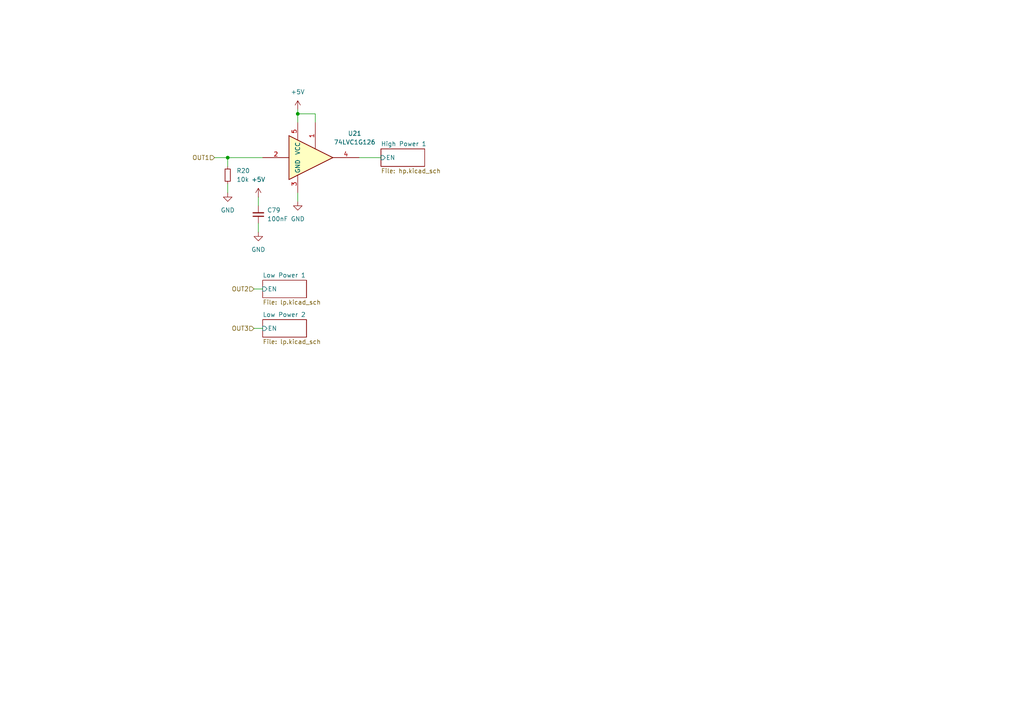
<source format=kicad_sch>
(kicad_sch (version 20250114) (generator "eeschema") (generator_version "9.0")
  (paper "A4")
  (lib_symbols
    (symbol "74xGxx:74LVC1G126"
      (property "Reference" "U" (at 2.54 7.62 0))
      (property "Value" "74LVC1G126" (at 2.54 -7.62 0))
      (symbol "74LVC1G126_0_1"
        (polyline (pts (xy -7.62 6.35) (xy -7.62 -6.35) (xy 5.08 0) (xy -7.62 6.35)) (stroke (width 0.254)) (fill (type background)))
      )
      (symbol "74LVC1G126_1_1"
        (pin input line (at -15.24 0 0) (length 7.62) (name "~") (number "2"))
        (pin power_in line (at -5.08 10.16 270) (length 5.08) (name "VCC") (number "5"))
        (pin power_in line (at -5.08 -10.16 90) (length 5.08) (name "GND") (number "3"))
        (pin input line (at 0 10.16 270) (length 7.62) (name "~") (number "1"))
        (pin tri_state line (at 12.7 0 180) (length 7.62) (name "~") (number "4"))
      )
    )
    (symbol "Device:C_Small" (pin_numbers (hide yes)) (pin_names (offset 0.254) (hide yes))
      (property "Reference" "C" (at 0.254 1.778 0))
      (property "Value" "C_Small" (at 0.254 -2.032 0))
      (symbol "C_Small_0_1"
        (polyline (pts (xy -1.524 0.508) (xy 1.524 0.508)) (stroke (width 0.3048)))
        (polyline (pts (xy -1.524 -0.508) (xy 1.524 -0.508)) (stroke (width 0.3302)))
      )
      (symbol "C_Small_1_1"
        (pin passive line (at 0 2.54 270) (length 2.032) (name "~") (number "1"))
        (pin passive line (at 0 -2.54 90) (length 2.032) (name "~") (number "2"))
      )
    )
    (symbol "Device:R_Small" (pin_numbers (hide yes)) (pin_names (offset 0.254) (hide yes))
      (property "Reference" "R" (at 0.762 0.508 0))
      (property "Value" "R_Small" (at 0.762 -1.016 0))
      (symbol "R_Small_0_1"
        (rectangle (start -0.762 1.778) (end 0.762 -1.778) (stroke (width 0.2032)))
      )
      (symbol "R_Small_1_1"
        (pin passive line (at 0 2.54 270) (length 0.762) (name "~") (number "1"))
        (pin passive line (at 0 -2.54 90) (length 0.762) (name "~") (number "2"))
      )
    )
    (symbol "power:+5V" (power) (pin_numbers (hide yes)) (pin_names (offset 0) (hide yes))
      (property "Value" "+5V" (at 0 3.556 0))
      (symbol "+5V_0_1"
        (polyline (pts (xy -0.762 1.27) (xy 0 2.54)))
        (polyline (pts (xy 0 2.54) (xy 0.762 1.27)))
        (polyline (pts (xy 0 0) (xy 0 2.54)))
      )
      (symbol "+5V_1_1"
        (pin power_in line (at 0 0 90) (length 0) (name "~") (number "1"))
      )
    )
    (symbol "power:GND" (power) (pin_numbers (hide yes)) (pin_names (offset 0) (hide yes))
      (property "Value" "GND" (at 0 -3.81 0))
      (symbol "GND_0_1"
        (polyline (pts (xy 0 0) (xy 0 -1.27) (xy 1.27 -1.27) (xy 0 -2.54) (xy -1.27 -1.27) (xy 0 -1.27)))
      )
      (symbol "GND_1_1"
        (pin power_in line (at 0 0 270) (length 0) (name "~") (number "1"))
      )
    )
  )
  (junction (at 86.36 33.02))
  (junction (at 66.04 45.72))
  (wire (pts (xy 73.66 83.82) (xy 76.2 83.82)))
  (wire (pts (xy 104.14 45.72) (xy 110.49 45.72)))
  (wire (pts (xy 66.04 45.72) (xy 66.04 48.26)))
  (wire (pts (xy 86.36 33.02) (xy 86.36 35.56)))
  (wire (pts (xy 86.36 31.75) (xy 86.36 33.02)))
  (wire (pts (xy 73.66 95.25) (xy 76.2 95.25)))
  (wire (pts (xy 66.04 45.72) (xy 76.2 45.72)))
  (wire (pts (xy 74.93 64.77) (xy 74.93 67.31)))
  (wire (pts (xy 91.44 33.02) (xy 91.44 35.56)))
  (wire (pts (xy 86.36 33.02) (xy 91.44 33.02)))
  (wire (pts (xy 62.23 45.72) (xy 66.04 45.72)))
  (wire (pts (xy 66.04 53.34) (xy 66.04 55.88)))
  (wire (pts (xy 86.36 55.88) (xy 86.36 58.42)))
  (wire (pts (xy 74.93 57.15) (xy 74.93 59.69)))
  (hierarchical_label "OUT2" (shape input) (at 73.66 83.82 180))
  (hierarchical_label "OUT1" (shape input) (at 62.23 45.72 180))
  (hierarchical_label "OUT3" (shape input) (at 73.66 95.25 180))
  (symbol (lib_id "power:+5V") (at 86.36 31.75 0) (unit 1)
    (property "Reference" "#PWR0199" (effects (hide yes)))
    (property "Value" "+5V" (at 86.36 26.67 0))
    (property "Description" "Power symbol creates a global label with name \"+5V\"" (effects (hide yes)))
  )
  (symbol (lib_id "74xGxx:74LVC1G126") (at 91.44 45.72 0) (unit 1)
    (property "Reference" "U21" (at 102.87 38.7061 0))
    (property "Value" "74LVC1G126" (at 102.87 41.2461 0))
    (property "Footprint" "Package_TO_SOT_SMD:SOT-353_SC-70-5" (effects (hide yes)))
    (property "Datasheet" "http://www.ti.com/lit/sg/scyt129e/scyt129e.pdf" (effects (hide yes)))
    (property "Description" "Single Buffer Gate Tri-State, Low-Voltage CMOS" (effects (hide yes)))
  )
  (symbol (lib_id "Device:C_Small") (at 74.93 62.23 180) (unit 1)
    (property "Reference" "C79" (at 77.47 60.9536 0) (effects (justify right)))
    (property "Value" "100nF" (at 77.47 63.4936 0) (effects (justify right)))
    (property "Footprint" "Capacitor_SMD:C_0603_1608Metric" (effects (hide yes)))
    (property "Description" "Unpolarized capacitor, small symbol" (effects (hide yes)))
  )
  (symbol (lib_id "power:+5V") (at 74.93 57.15 0) (unit 1)
    (property "Reference" "#PWR0195" (effects (hide yes)))
    (property "Value" "+5V" (at 74.93 52.07 0))
    (property "Description" "Power symbol creates a global label with name \"+5V\"" (effects (hide yes)))
  )
  (symbol (lib_id "power:GND") (at 86.36 58.42 0) (unit 1)
    (property "Reference" "#PWR0200" (effects (hide yes)))
    (property "Value" "GND" (at 86.36 63.5 0))
    (property "Description" "Power symbol creates a global label with name \"GND\" , ground" (effects (hide yes)))
  )
  (symbol (lib_id "power:GND") (at 66.04 55.88 0) (unit 1)
    (property "Reference" "#PWR0141" (effects (hide yes)))
    (property "Value" "GND" (at 66.04 60.96 0))
    (property "Description" "Power symbol creates a global label with name \"GND\" , ground" (effects (hide yes)))
  )
  (symbol (lib_id "Device:R_Small") (at 66.04 50.8 0) (unit 1)
    (property "Reference" "R20" (at 68.58 49.5299 0) (effects (justify left)))
    (property "Value" "10k" (at 68.58 52.0699 0) (effects (justify left)))
    (property "Footprint" "Resistor_SMD:R_0603_1608Metric" (effects (hide yes)))
    (property "Description" "Resistor, small symbol" (effects (hide yes)))
  )
  (symbol (lib_id "power:GND") (at 74.93 67.31 0) (unit 1)
    (property "Reference" "#PWR0196" (effects (hide yes)))
    (property "Value" "GND" (at 74.93 72.39 0))
    (property "Description" "Power symbol creates a global label with name \"GND\" , ground" (effects (hide yes)))
  )
  (sheet (at 76.2 92.71) (size 12.7 5.08) (stroke (width 0.1524))
    (property "Sheetname" "Low Power 2" (at 76.2 91.9984 0) (effects (justify left bottom)))
    (property "Sheetfile" "lp.kicad_sch" (at 76.2 98.3746 0) (effects (justify left top)))
    (pin "EN" input (at 76.2 95.25 180))
  )
  (sheet (at 110.49 43.18) (size 12.7 5.08) (stroke (width 0.1524))
    (property "Sheetname" "High Power 1" (at 110.49 42.4684 0) (effects (justify left bottom)))
    (property "Sheetfile" "hp.kicad_sch" (at 110.49 48.8446 0) (effects (justify left top)))
    (pin "EN" input (at 110.49 45.72 180))
  )
  (sheet (at 76.2 81.28) (size 12.7 5.08) (stroke (width 0.1524))
    (property "Sheetname" "Low Power 1" (at 76.2 80.5684 0) (effects (justify left bottom)))
    (property "Sheetfile" "lp.kicad_sch" (at 76.2 86.9446 0) (effects (justify left top)))
    (pin "EN" input (at 76.2 83.82 180))
  )
)
</source>
